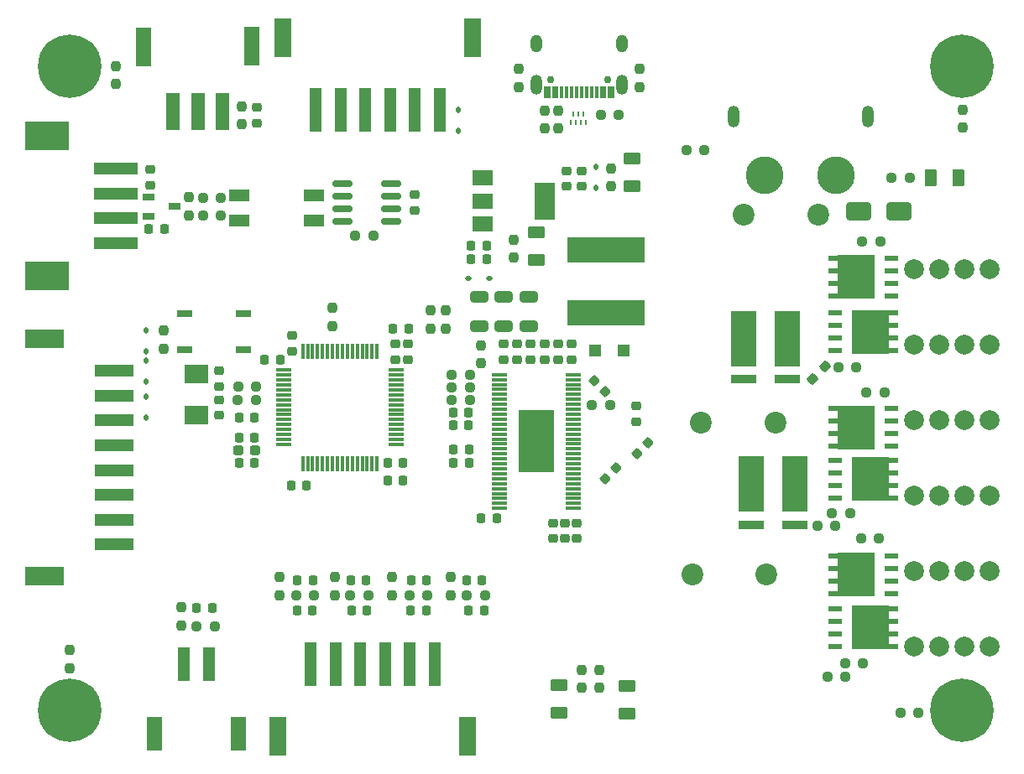
<source format=gts>
G04 #@! TF.GenerationSoftware,KiCad,Pcbnew,8.0.0*
G04 #@! TF.CreationDate,2024-03-03T14:20:45-08:00*
G04 #@! TF.ProjectId,BLDC_Motor Controller,424c4443-5f4d-46f7-946f-7220436f6e74,rev01_1*
G04 #@! TF.SameCoordinates,Original*
G04 #@! TF.FileFunction,Soldermask,Top*
G04 #@! TF.FilePolarity,Negative*
%FSLAX46Y46*%
G04 Gerber Fmt 4.6, Leading zero omitted, Abs format (unit mm)*
G04 Created by KiCad (PCBNEW 8.0.0) date 2024-03-03 14:20:45*
%MOMM*%
%LPD*%
G01*
G04 APERTURE LIST*
G04 Aperture macros list*
%AMRoundRect*
0 Rectangle with rounded corners*
0 $1 Rounding radius*
0 $2 $3 $4 $5 $6 $7 $8 $9 X,Y pos of 4 corners*
0 Add a 4 corners polygon primitive as box body*
4,1,4,$2,$3,$4,$5,$6,$7,$8,$9,$2,$3,0*
0 Add four circle primitives for the rounded corners*
1,1,$1+$1,$2,$3*
1,1,$1+$1,$4,$5*
1,1,$1+$1,$6,$7*
1,1,$1+$1,$8,$9*
0 Add four rect primitives between the rounded corners*
20,1,$1+$1,$2,$3,$4,$5,0*
20,1,$1+$1,$4,$5,$6,$7,0*
20,1,$1+$1,$6,$7,$8,$9,0*
20,1,$1+$1,$8,$9,$2,$3,0*%
G04 Aperture macros list end*
%ADD10RoundRect,0.225000X0.017678X-0.335876X0.335876X-0.017678X-0.017678X0.335876X-0.335876X0.017678X0*%
%ADD11RoundRect,0.237500X-0.250000X-0.237500X0.250000X-0.237500X0.250000X0.237500X-0.250000X0.237500X0*%
%ADD12RoundRect,0.225000X0.225000X0.250000X-0.225000X0.250000X-0.225000X-0.250000X0.225000X-0.250000X0*%
%ADD13RoundRect,0.237500X0.250000X0.237500X-0.250000X0.237500X-0.250000X-0.237500X0.250000X-0.237500X0*%
%ADD14C,2.200000*%
%ADD15RoundRect,0.237500X0.237500X-0.250000X0.237500X0.250000X-0.237500X0.250000X-0.237500X-0.250000X0*%
%ADD16R,1.397003X0.609601*%
%ADD17R,3.810008X4.500000*%
%ADD18RoundRect,0.225000X-0.225000X-0.250000X0.225000X-0.250000X0.225000X0.250000X-0.225000X0.250000X0*%
%ADD19R,2.000000X1.200000*%
%ADD20RoundRect,0.225000X-0.250000X0.225000X-0.250000X-0.225000X0.250000X-0.225000X0.250000X0.225000X0*%
%ADD21R,4.500000X1.300000*%
%ADD22R,4.500000X3.000000*%
%ADD23R,1.200000X1.200000*%
%ADD24RoundRect,0.112500X-0.112500X0.187500X-0.112500X-0.187500X0.112500X-0.187500X0.112500X0.187500X0*%
%ADD25RoundRect,0.250000X0.625000X-0.375000X0.625000X0.375000X-0.625000X0.375000X-0.625000X-0.375000X0*%
%ADD26R,1.399543X3.800000*%
%ADD27R,1.600000X4.000000*%
%ADD28RoundRect,0.225000X0.250000X-0.225000X0.250000X0.225000X-0.250000X0.225000X-0.250000X-0.225000X0*%
%ADD29R,1.220000X0.650000*%
%ADD30RoundRect,0.237500X-0.237500X0.250000X-0.237500X-0.250000X0.237500X-0.250000X0.237500X0.250000X0*%
%ADD31R,2.600000X5.600000*%
%ADD32R,2.600000X0.900000*%
%ADD33R,2.400000X1.900000*%
%ADD34RoundRect,0.250000X-0.625000X0.375000X-0.625000X-0.375000X0.625000X-0.375000X0.625000X0.375000X0*%
%ADD35RoundRect,0.112500X0.112500X-0.187500X0.112500X0.187500X-0.112500X0.187500X-0.112500X-0.187500X0*%
%ADD36RoundRect,0.250000X1.000000X0.650000X-1.000000X0.650000X-1.000000X-0.650000X1.000000X-0.650000X0*%
%ADD37RoundRect,0.250000X0.375000X0.625000X-0.375000X0.625000X-0.375000X-0.625000X0.375000X-0.625000X0*%
%ADD38R,1.580010X0.800000*%
%ADD39R,1.550000X0.300000*%
%ADD40R,3.610000X6.350000*%
%ADD41RoundRect,0.237500X-0.008839X-0.344715X0.344715X0.008839X0.008839X0.344715X-0.344715X-0.008839X0*%
%ADD42C,0.750013*%
%ADD43R,0.300000X1.300000*%
%ADD44O,1.200000X2.000000*%
%ADD45O,1.200000X1.800000*%
%ADD46C,0.800000*%
%ADD47C,6.400000*%
%ADD48R,2.000000X1.500000*%
%ADD49R,2.000000X3.800000*%
%ADD50RoundRect,0.075000X-0.700000X-0.075000X0.700000X-0.075000X0.700000X0.075000X-0.700000X0.075000X0*%
%ADD51RoundRect,0.075000X-0.075000X-0.700000X0.075000X-0.700000X0.075000X0.700000X-0.075000X0.700000X0*%
%ADD52R,7.800025X2.600000*%
%ADD53RoundRect,0.150000X0.825000X0.150000X-0.825000X0.150000X-0.825000X-0.150000X0.825000X-0.150000X0*%
%ADD54RoundRect,0.250000X0.650000X-0.325000X0.650000X0.325000X-0.650000X0.325000X-0.650000X-0.325000X0*%
%ADD55R,0.250013X0.529997*%
%ADD56C,2.004000*%
%ADD57R,1.300000X4.500000*%
%ADD58R,1.800000X3.900000*%
%ADD59RoundRect,0.225000X-0.335876X-0.017678X-0.017678X-0.335876X0.335876X0.017678X0.017678X0.335876X0*%
%ADD60RoundRect,0.237500X0.287500X0.237500X-0.287500X0.237500X-0.287500X-0.237500X0.287500X-0.237500X0*%
%ADD61R,1.200000X3.500000*%
%ADD62R,1.500000X3.400000*%
%ADD63RoundRect,0.112500X-0.187500X-0.112500X0.187500X-0.112500X0.187500X0.112500X-0.187500X0.112500X0*%
%ADD64R,4.000000X1.300000*%
%ADD65R,4.000000X1.900000*%
%ADD66C,3.800000*%
%ADD67O,1.200000X2.200000*%
G04 APERTURE END LIST*
D10*
X219415992Y-145836008D03*
X220512008Y-144739992D03*
D11*
X241784500Y-165862000D03*
X243609500Y-165862000D03*
D10*
X222590992Y-143296008D03*
X223687008Y-142199992D03*
D12*
X201327979Y-156116195D03*
X199777979Y-156116195D03*
X189243000Y-146558000D03*
X187693000Y-146558000D03*
D13*
X244076500Y-149308000D03*
X242251500Y-149308000D03*
D11*
X218924500Y-109093000D03*
X220749500Y-109093000D03*
D13*
X205722500Y-136608000D03*
X203897500Y-136608000D03*
D14*
X236552172Y-140221411D03*
X229052299Y-140221411D03*
D15*
X222855491Y-106322500D03*
X222855491Y-104497500D03*
D16*
X242605189Y-129114971D03*
X242605189Y-130384973D03*
X242605189Y-131654976D03*
X242605189Y-132924978D03*
X248244000Y-132924978D03*
X248244000Y-131654976D03*
X248244000Y-130384973D03*
X248244000Y-129114971D03*
D17*
X246135796Y-131019975D03*
D18*
X199758000Y-159131000D03*
X201308000Y-159131000D03*
D19*
X182499000Y-117220994D03*
X182499000Y-119761000D03*
X189999128Y-119761000D03*
X189999128Y-117220994D03*
D20*
X209128000Y-132277000D03*
X209128000Y-133827000D03*
D21*
X170040000Y-114569987D03*
X170040000Y-117069987D03*
X170040000Y-119570013D03*
X170040000Y-122070013D03*
D22*
X163040000Y-125420076D03*
X163040000Y-111219924D03*
D23*
X221196000Y-132883432D03*
X218396000Y-132883432D03*
D24*
X173101000Y-130903000D03*
X173101000Y-133003000D03*
D25*
X214716000Y-169504000D03*
X214716000Y-166704000D03*
D15*
X255459543Y-110417337D03*
X255459543Y-108592337D03*
D26*
X175778038Y-108785611D03*
X178277911Y-108785103D03*
X180778038Y-108785103D03*
D27*
X183728000Y-102219190D03*
X172828076Y-102228588D03*
D28*
X216535000Y-151905000D03*
X216535000Y-150355000D03*
D11*
X178792500Y-117475000D03*
X180617500Y-117475000D03*
D29*
X173355000Y-117430676D03*
X173355000Y-119330676D03*
X175975000Y-118380676D03*
D20*
X214623012Y-132277000D03*
X214623012Y-133827000D03*
D15*
X203813072Y-157630500D03*
X203813072Y-155805500D03*
D12*
X206928038Y-156116195D03*
X205378038Y-156116195D03*
D30*
X213282794Y-108688500D03*
X213282794Y-110513500D03*
D18*
X204076000Y-144272000D03*
X205626000Y-144272000D03*
D31*
X234119972Y-146389567D03*
D32*
X234119972Y-150483547D03*
D31*
X238519768Y-146389567D03*
D32*
X238519768Y-150483547D03*
D13*
X207241523Y-157607000D03*
X205416523Y-157607000D03*
D33*
X178139797Y-139420051D03*
X178139797Y-135319975D03*
D13*
X229385500Y-112649000D03*
X227560500Y-112649000D03*
X195984500Y-121285000D03*
X194159500Y-121285000D03*
D11*
X245172500Y-151892000D03*
X246997500Y-151892000D03*
D13*
X245387500Y-164465000D03*
X243562500Y-164465000D03*
D18*
X188315000Y-159131000D03*
X189865000Y-159131000D03*
D15*
X174879000Y-132738500D03*
X174879000Y-130913500D03*
D34*
X212430000Y-120984000D03*
X212430000Y-123784000D03*
D15*
X201803000Y-130706500D03*
X201803000Y-128881500D03*
D35*
X173060000Y-139690000D03*
X173060000Y-137590000D03*
D12*
X183995000Y-141732000D03*
X182445000Y-141732000D03*
D16*
X248244000Y-142577029D03*
X248244000Y-141307027D03*
X248244000Y-140037024D03*
X248244000Y-138767022D03*
X242605189Y-138767022D03*
X242605189Y-140037024D03*
X242605189Y-141307027D03*
X242605189Y-142577029D03*
D17*
X244713393Y-140672025D03*
D11*
X248261500Y-115443000D03*
X250086500Y-115443000D03*
D15*
X218780000Y-166984500D03*
X218780000Y-165159500D03*
D36*
X248974000Y-118872000D03*
X244974000Y-118872000D03*
D37*
X255019000Y-115443000D03*
X252219000Y-115443000D03*
D11*
X240768500Y-150622000D03*
X242593500Y-150622000D03*
X182307500Y-137878000D03*
X184132500Y-137878000D03*
D30*
X191897000Y-128627500D03*
X191897000Y-130452500D03*
D38*
X176918000Y-129170114D03*
X182918000Y-129170114D03*
X176918000Y-132869886D03*
X182918000Y-132869886D03*
D11*
X245299500Y-121876000D03*
X247124500Y-121876000D03*
D20*
X180467000Y-134988000D03*
X180467000Y-136538000D03*
D39*
X208665857Y-135350104D03*
X208665857Y-135850104D03*
X208665857Y-136350104D03*
X208665857Y-136850104D03*
X208665857Y-137350104D03*
X208665857Y-137850104D03*
X208665857Y-138350104D03*
X208665857Y-138850104D03*
X208665857Y-139350104D03*
X208665857Y-139850104D03*
X208665857Y-140350104D03*
X208665857Y-140850104D03*
X208665857Y-141350104D03*
X208665857Y-141850104D03*
X208665857Y-142350104D03*
X208665857Y-142850104D03*
X208665857Y-143350104D03*
X208665857Y-143850104D03*
X208665857Y-144350104D03*
X208665857Y-144850104D03*
X208665857Y-145350104D03*
X208665857Y-145850104D03*
X208665857Y-146350104D03*
X208665857Y-146850104D03*
X208665857Y-147350104D03*
X208665857Y-147850104D03*
X208665857Y-148350104D03*
X208665857Y-148850104D03*
X216165857Y-148850104D03*
X216165857Y-148350104D03*
X216165857Y-147850104D03*
X216165857Y-147350104D03*
X216165857Y-146850104D03*
X216165857Y-146350104D03*
X216165857Y-145850104D03*
X216165857Y-145350104D03*
X216165857Y-144850104D03*
X216165857Y-144350104D03*
X216165857Y-143850104D03*
X216165857Y-143350104D03*
X216165857Y-142850104D03*
X216165857Y-142350104D03*
X216165857Y-141850104D03*
X216165857Y-141350104D03*
X216165857Y-140850104D03*
X216165857Y-140350104D03*
X216165857Y-139850104D03*
X216165857Y-139350104D03*
X216165857Y-138850104D03*
X216165857Y-138350104D03*
X216165857Y-137850104D03*
X216165857Y-137350104D03*
X216165857Y-136850104D03*
X216165857Y-136350104D03*
X216165857Y-135850104D03*
X216165857Y-135350104D03*
D40*
X212415857Y-142100104D03*
D28*
X215315876Y-151905000D03*
X215315876Y-150355000D03*
D41*
X240273765Y-135773235D03*
X241564235Y-134482765D03*
D15*
X192097336Y-157630500D03*
X192097336Y-155805500D03*
D16*
X248244000Y-127381266D03*
X248244000Y-126111264D03*
X248244000Y-124841261D03*
X248244000Y-123571259D03*
X242605189Y-123571259D03*
X242605189Y-124841261D03*
X242605189Y-126111264D03*
X242605189Y-127381266D03*
D17*
X244713393Y-125476262D03*
D18*
X204035000Y-139148000D03*
X205585000Y-139148000D03*
X173342000Y-120650000D03*
X174892000Y-120650000D03*
D11*
X203897500Y-137878000D03*
X205722500Y-137878000D03*
D15*
X210687440Y-106322500D03*
X210687440Y-104497500D03*
D16*
X242605189Y-158960000D03*
X242605189Y-160230002D03*
X242605189Y-161500005D03*
X242605189Y-162770007D03*
X248244000Y-162770007D03*
X248244000Y-161500005D03*
X248244000Y-160230002D03*
X248244000Y-158960000D03*
D17*
X246135796Y-160865004D03*
D42*
X219648940Y-105595621D03*
X213849092Y-105595621D03*
D43*
X220099029Y-106864100D03*
X219298927Y-106864100D03*
X217998953Y-106864100D03*
X216998953Y-106864100D03*
X216499080Y-106864100D03*
X215499334Y-106864100D03*
X214198851Y-106864100D03*
X213399003Y-106864100D03*
X213698978Y-106864100D03*
X214499080Y-106864100D03*
X214998953Y-106864100D03*
X215998953Y-106864100D03*
X217499080Y-106864100D03*
X218499080Y-106864100D03*
X218998953Y-106864100D03*
X219799054Y-106864100D03*
D44*
X221074137Y-106095748D03*
D45*
X221074137Y-101895850D03*
D44*
X212423895Y-106095748D03*
D45*
X212423895Y-101895850D03*
D28*
X214118269Y-151905000D03*
X214118269Y-150355000D03*
X215519000Y-116345000D03*
X215519000Y-114795000D03*
D15*
X203327000Y-130706500D03*
X203327000Y-128881500D03*
D12*
X195235500Y-156116195D03*
X193685500Y-156116195D03*
D28*
X217013000Y-116332000D03*
X217013000Y-114782000D03*
D46*
X162960000Y-104200000D03*
X163662944Y-102502944D03*
X163662944Y-105897056D03*
X165360000Y-101800000D03*
D47*
X165360000Y-104200000D03*
D46*
X165360000Y-106600000D03*
X167057056Y-102502944D03*
X167057056Y-105897056D03*
X167760000Y-104200000D03*
D28*
X173482000Y-116218000D03*
X173482000Y-114668000D03*
D46*
X162960000Y-169200000D03*
X163662944Y-167502944D03*
X163662944Y-170897056D03*
X165360000Y-166800000D03*
D47*
X165360000Y-169200000D03*
D46*
X165360000Y-171600000D03*
X167057056Y-167502944D03*
X167057056Y-170897056D03*
X167760000Y-169200000D03*
D30*
X176657000Y-158853500D03*
X176657000Y-160678500D03*
D16*
X248244000Y-157436000D03*
X248244000Y-156165998D03*
X248244000Y-154895995D03*
X248244000Y-153625993D03*
X242605189Y-153625993D03*
X242605189Y-154895995D03*
X242605189Y-156165998D03*
X242605189Y-157436000D03*
D17*
X244713393Y-155530996D03*
D30*
X210144000Y-121725500D03*
X210144000Y-123550500D03*
D11*
X218035500Y-138430000D03*
X219860500Y-138430000D03*
D48*
X206994000Y-115512000D03*
X206994000Y-117812000D03*
D49*
X213294000Y-117812000D03*
D48*
X206994000Y-120112000D03*
D12*
X183995000Y-139656000D03*
X182445000Y-139656000D03*
D11*
X182348500Y-136525000D03*
X184173500Y-136525000D03*
D25*
X221574000Y-169548000D03*
X221574000Y-166748000D03*
D50*
X186943000Y-134890000D03*
X186943000Y-135390000D03*
X186943000Y-135890000D03*
X186943000Y-136390000D03*
X186943000Y-136890000D03*
X186943000Y-137390000D03*
X186943000Y-137890000D03*
X186943000Y-138390000D03*
X186943000Y-138890000D03*
X186943000Y-139390000D03*
X186943000Y-139890000D03*
X186943000Y-140390000D03*
X186943000Y-140890000D03*
X186943000Y-141390000D03*
X186943000Y-141890000D03*
X186943000Y-142390000D03*
D51*
X188868000Y-144315000D03*
X189368000Y-144315000D03*
X189868000Y-144315000D03*
X190368000Y-144315000D03*
X190868000Y-144315000D03*
X191368000Y-144315000D03*
X191868000Y-144315000D03*
X192368000Y-144315000D03*
X192868000Y-144315000D03*
X193368000Y-144315000D03*
X193868000Y-144315000D03*
X194368000Y-144315000D03*
X194868000Y-144315000D03*
X195368000Y-144315000D03*
X195868000Y-144315000D03*
X196368000Y-144315000D03*
D50*
X198293000Y-142390000D03*
X198293000Y-141890000D03*
X198293000Y-141390000D03*
X198293000Y-140890000D03*
X198293000Y-140390000D03*
X198293000Y-139890000D03*
X198293000Y-139390000D03*
X198293000Y-138890000D03*
X198293000Y-138390000D03*
X198293000Y-137890000D03*
X198293000Y-137390000D03*
X198293000Y-136890000D03*
X198293000Y-136390000D03*
X198293000Y-135890000D03*
X198293000Y-135390000D03*
X198293000Y-134890000D03*
D51*
X196368000Y-132965000D03*
X195868000Y-132965000D03*
X195368000Y-132965000D03*
X194868000Y-132965000D03*
X194368000Y-132965000D03*
X193868000Y-132965000D03*
X193368000Y-132965000D03*
X192868000Y-132965000D03*
X192368000Y-132965000D03*
X191868000Y-132965000D03*
X191368000Y-132965000D03*
X190868000Y-132965000D03*
X190368000Y-132965000D03*
X189868000Y-132965000D03*
X189368000Y-132965000D03*
X188868000Y-132965000D03*
D30*
X214630000Y-108688500D03*
X214630000Y-110513500D03*
D11*
X249150500Y-169531337D03*
X250975500Y-169531337D03*
D52*
X219439898Y-129139898D03*
X219439898Y-122740102D03*
D20*
X200152000Y-117208000D03*
X200152000Y-118758000D03*
D28*
X187833000Y-132982000D03*
X187833000Y-131432000D03*
D18*
X197980000Y-130683000D03*
X199530000Y-130683000D03*
D12*
X189878000Y-156083000D03*
X188328000Y-156083000D03*
D28*
X198206000Y-133827000D03*
X198206000Y-132277000D03*
X199476000Y-133827000D03*
X199476000Y-132277000D03*
D15*
X197847576Y-157630500D03*
X197847576Y-155805500D03*
D20*
X213249259Y-132277000D03*
X213249259Y-133827000D03*
D53*
X197801000Y-119888000D03*
X197801000Y-118618000D03*
X197801000Y-117348000D03*
X197801000Y-116078000D03*
X192851000Y-116078000D03*
X192851000Y-117348000D03*
X192851000Y-118618000D03*
X192851000Y-119888000D03*
D30*
X206842000Y-132393500D03*
X206842000Y-134218500D03*
D24*
X218440000Y-114393000D03*
X218440000Y-116493000D03*
D11*
X178792500Y-119253000D03*
X180617500Y-119253000D03*
D30*
X177419000Y-117451500D03*
X177419000Y-119276500D03*
D13*
X244711500Y-134576000D03*
X242886500Y-134576000D03*
D35*
X173101000Y-136051000D03*
X173101000Y-133951000D03*
D46*
X252960000Y-169200000D03*
X253662944Y-167502944D03*
X253662944Y-170897056D03*
X255360000Y-166800000D03*
D47*
X255360000Y-169200000D03*
D46*
X255360000Y-171600000D03*
X257057056Y-167502944D03*
X257057056Y-170897056D03*
X257760000Y-169200000D03*
D28*
X180467000Y-139466684D03*
X180467000Y-137916684D03*
D30*
X182712000Y-108263500D03*
X182712000Y-110088500D03*
X219964000Y-114530500D03*
X219964000Y-116355500D03*
D31*
X233344102Y-131703487D03*
D32*
X233344102Y-135797467D03*
D31*
X237743898Y-131703487D03*
D32*
X237743898Y-135797467D03*
D54*
X211668000Y-130463000D03*
X211668000Y-127513000D03*
D11*
X178157500Y-160782000D03*
X179982500Y-160782000D03*
D13*
X190015500Y-157607000D03*
X188190500Y-157607000D03*
D12*
X183995000Y-144272000D03*
X182445000Y-144272000D03*
D55*
X215911936Y-109924089D03*
X216412064Y-109924089D03*
X216911936Y-109924089D03*
X217412064Y-109924089D03*
X217162127Y-109024064D03*
X216662000Y-109024064D03*
X216162127Y-109024064D03*
D56*
X250530000Y-155150000D03*
X250530000Y-162770000D03*
X253070000Y-155150000D03*
X253070000Y-162770000D03*
X255610000Y-155150000D03*
X255610000Y-162770000D03*
X258150000Y-155150000D03*
X258150000Y-162770000D03*
D30*
X165354000Y-163171500D03*
X165354000Y-164996500D03*
D18*
X204076000Y-142875000D03*
X205626000Y-142875000D03*
X193789000Y-159131000D03*
X195339000Y-159131000D03*
D57*
X189674978Y-164560005D03*
X192174978Y-164560005D03*
X194675004Y-164560005D03*
X197175004Y-164560005D03*
X199675004Y-164560005D03*
X202175004Y-164560005D03*
D58*
X205474877Y-171860107D03*
X186375055Y-171860107D03*
D18*
X204035000Y-140418000D03*
X205585000Y-140418000D03*
D54*
X209158000Y-130463000D03*
X209158000Y-127513000D03*
D46*
X252960000Y-104200000D03*
X253662944Y-102502944D03*
X253662944Y-105897056D03*
X255360000Y-101800000D03*
D47*
X255360000Y-104200000D03*
D46*
X255360000Y-106600000D03*
X257057056Y-102502944D03*
X257057056Y-105897056D03*
X257760000Y-104200000D03*
D20*
X215996765Y-132277000D03*
X215996765Y-133827000D03*
D34*
X222123000Y-113535000D03*
X222123000Y-116335000D03*
D12*
X208420000Y-149816000D03*
X206870000Y-149816000D03*
X186576000Y-133858000D03*
X185026000Y-133858000D03*
D59*
X218272992Y-135976992D03*
X219369008Y-137073008D03*
D13*
X201431524Y-157607000D03*
X199606524Y-157607000D03*
D20*
X210501753Y-132277000D03*
X210501753Y-133827000D03*
D35*
X204556000Y-110734000D03*
X204556000Y-108634000D03*
D60*
X184095000Y-143002000D03*
X182345000Y-143002000D03*
D61*
X176890013Y-164588504D03*
X179389886Y-164588504D03*
D62*
X182340102Y-171638542D03*
X173940051Y-171638542D03*
D15*
X186550000Y-157630500D03*
X186550000Y-155805500D03*
D28*
X222504000Y-140094000D03*
X222504000Y-138544000D03*
D15*
X217002000Y-166984500D03*
X217002000Y-165159500D03*
D18*
X205854000Y-123698000D03*
X207404000Y-123698000D03*
D54*
X206648000Y-130463000D03*
X206648000Y-127513000D03*
D15*
X170012000Y-106024500D03*
X170012000Y-104199500D03*
D13*
X195489500Y-157607000D03*
X193664500Y-157607000D03*
D56*
X258150000Y-132290000D03*
X258150000Y-124670000D03*
X255610000Y-132290000D03*
X255610000Y-124670000D03*
X253070000Y-132290000D03*
X253070000Y-124670000D03*
X250530000Y-132290000D03*
X250530000Y-124670000D03*
D11*
X245721500Y-137160000D03*
X247546500Y-137160000D03*
D18*
X197431000Y-146006000D03*
X198981000Y-146006000D03*
X197417042Y-144272000D03*
X198967042Y-144272000D03*
D63*
X205579000Y-125603000D03*
X207679000Y-125603000D03*
D20*
X211875506Y-132277000D03*
X211875506Y-133827000D03*
D28*
X184236000Y-109951000D03*
X184236000Y-108401000D03*
D16*
X242605189Y-143974000D03*
X242605189Y-145244002D03*
X242605189Y-146514005D03*
X242605189Y-147784007D03*
X248244000Y-147784007D03*
X248244000Y-146514005D03*
X248244000Y-145244002D03*
X248244000Y-143974000D03*
D17*
X246135796Y-145879004D03*
D18*
X178168000Y-158877000D03*
X179718000Y-158877000D03*
D64*
X169840025Y-134980325D03*
X169840025Y-137480452D03*
X169840025Y-139980325D03*
X169840025Y-142480452D03*
X169840025Y-144980325D03*
X169840025Y-147480452D03*
X169840025Y-149980325D03*
X169840025Y-152480452D03*
D65*
X162840025Y-155730389D03*
X162840025Y-131730389D03*
D11*
X203897500Y-135338000D03*
X205722500Y-135338000D03*
D18*
X205854000Y-122301000D03*
X207404000Y-122301000D03*
D66*
X235500152Y-115260292D03*
X242700051Y-115260292D03*
D67*
X245850165Y-109260292D03*
X232350038Y-109260292D03*
D56*
X250530000Y-139910000D03*
X250530000Y-147530000D03*
X253070000Y-139910000D03*
X253070000Y-147530000D03*
X255610000Y-139910000D03*
X255610000Y-147530000D03*
X258150000Y-139910000D03*
X258150000Y-147530000D03*
D57*
X202673022Y-108655995D03*
X200173022Y-108655995D03*
X197672996Y-108655995D03*
X195172996Y-108655995D03*
X192672996Y-108655995D03*
X190172996Y-108655995D03*
D58*
X186873123Y-101355893D03*
X205972945Y-101355893D03*
D18*
X205600000Y-159131000D03*
X207150000Y-159131000D03*
D14*
X235663172Y-155561589D03*
X228163299Y-155561589D03*
X240870172Y-119239589D03*
X233370299Y-119239589D03*
M02*

</source>
